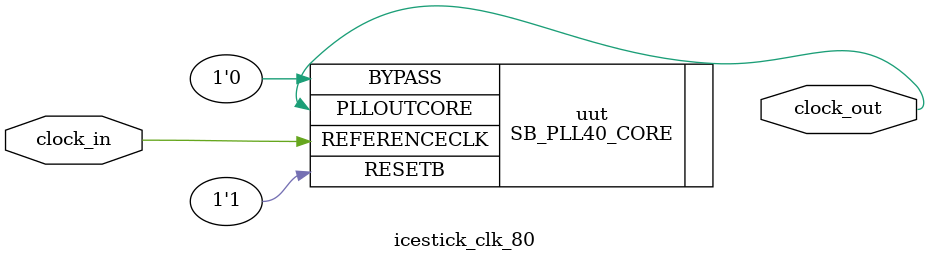
<source format=v>
module icestick_clk_80(     
  input  clock_in,
  output clock_out
);

  SB_PLL40_CORE #(.FEEDBACK_PATH("SIMPLE"),
                  .PLLOUT_SELECT("GENCLK"),
                  .DIVR(4'b0000),
                  .DIVF(7'b0110100), 
                  .DIVQ(3'b011),
                  .FILTER_RANGE(3'b001),
                 ) uut (
                         .REFERENCECLK(clock_in),
                         .PLLOUTCORE(clock_out),
                         .RESETB(1'b1),
                         .BYPASS(1'b0)
                        );

endmodule

</source>
